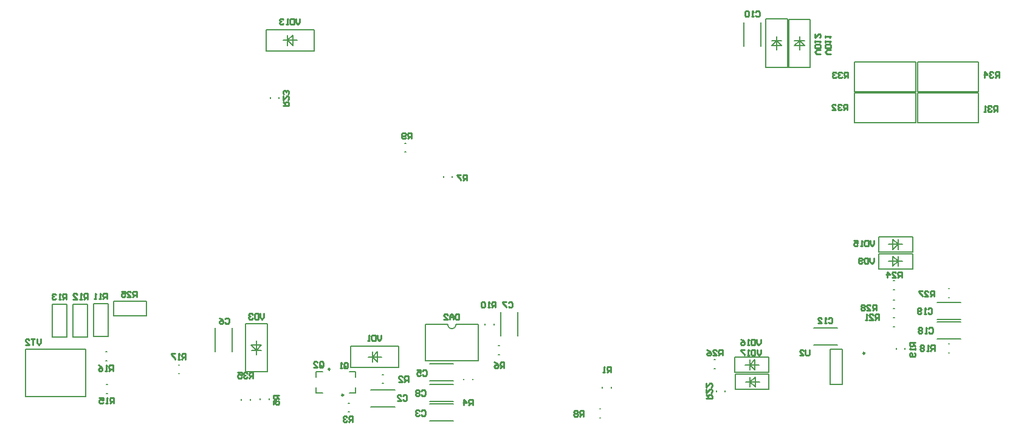
<source format=gbr>
%TF.GenerationSoftware,Altium Limited,Altium Designer,21.6.4 (81)*%
G04 Layer_Color=32896*
%FSLAX43Y43*%
%MOMM*%
%TF.SameCoordinates,B74C4539-8C7F-4592-B280-35368C4CFDA8*%
%TF.FilePolarity,Positive*%
%TF.FileFunction,Legend,Bot*%
%TF.Part,Single*%
G01*
G75*
%TA.AperFunction,NonConductor*%
%ADD67C,0.250*%
%ADD68C,0.200*%
%ADD69C,0.254*%
D67*
X129603Y9980D02*
G03*
X129603Y9980I-125J0D01*
G01*
X56975Y4150D02*
G03*
X56975Y4150I-125J0D01*
G01*
X55125Y7750D02*
G03*
X55125Y7750I-125J0D01*
G01*
D68*
X71484Y14000D02*
G03*
X72684Y14000I600J0D01*
G01*
X128175Y50568D02*
X136700D01*
Y46468D02*
Y50518D01*
X128175Y46468D02*
Y50568D01*
Y46468D02*
X136700D01*
X136950Y50550D02*
X145475D01*
Y46450D02*
Y50500D01*
X136950Y46450D02*
Y50550D01*
Y46450D02*
X145475D01*
X128175Y46250D02*
X136700D01*
Y42150D02*
Y46200D01*
X128175Y42150D02*
Y46250D01*
Y42150D02*
X136700D01*
X112975Y8375D02*
X113575D01*
X114282Y9082D01*
X113575Y8375D02*
Y9075D01*
Y8375D02*
X114282Y7668D01*
Y9082D01*
X113575Y7675D02*
Y8375D01*
X114875D01*
X111500Y7350D02*
X116225D01*
X111500Y9450D02*
X116225D01*
Y7350D02*
Y9450D01*
X111500Y7350D02*
Y9450D01*
X126504Y5625D02*
Y10525D01*
X124746Y5625D02*
X126504D01*
X124746D02*
Y10525D01*
X126504D01*
X134242Y22825D02*
X134842D01*
X133535Y22118D02*
X134242Y22825D01*
Y22125D02*
Y22825D01*
X133535Y23532D02*
X134242Y22825D01*
X133535Y22118D02*
Y23532D01*
X134242Y22825D02*
Y23525D01*
X132942Y22825D02*
X134242D01*
X131592Y23850D02*
X136317D01*
X131592Y21750D02*
X136317D01*
X131592D02*
Y23850D01*
X136317Y21750D02*
Y23850D01*
X43975Y3430D02*
Y3575D01*
X42725Y3430D02*
Y3575D01*
X68429Y14000D02*
X71484D01*
X68429Y8900D02*
Y14000D01*
X72684D02*
X75729D01*
X68429Y8900D02*
X75729D01*
Y14000D01*
X115825Y49863D02*
Y56563D01*
X118825Y49863D02*
Y56563D01*
X115825Y49863D02*
X118825D01*
X115825Y56563D02*
X118825D01*
X116618Y52856D02*
X117325Y53563D01*
X118032Y52856D01*
X116618D02*
X118032D01*
X116625Y53563D02*
X117325D01*
Y52263D02*
Y53563D01*
X118025D01*
X117325D02*
Y54163D01*
X139698Y14697D02*
X143005D01*
X139698Y17053D02*
X143005D01*
X139698Y12022D02*
X143005D01*
X139698Y14378D02*
X143005D01*
X133602Y17425D02*
X133747D01*
X133602Y16175D02*
X133747D01*
X133602Y20075D02*
X133747D01*
X133602Y18825D02*
X133747D01*
X136317Y24078D02*
Y26178D01*
X131592Y24078D02*
Y26178D01*
Y24078D02*
X136317D01*
X131592Y26178D02*
X136317D01*
X132942Y25153D02*
X134242D01*
Y25853D01*
X133535Y24446D02*
Y25860D01*
X134242Y25153D01*
Y24453D02*
Y25153D01*
X133535Y24446D02*
X134242Y25153D01*
X134842D01*
X111550Y4953D02*
Y7053D01*
X116275Y4953D02*
Y7053D01*
X111550D02*
X116275D01*
X111550Y4953D02*
X116275D01*
X113625Y5978D02*
X114925D01*
X113625Y5278D02*
Y5978D01*
X114332Y5271D02*
Y6685D01*
X113625Y5978D02*
X114332Y5271D01*
X113625Y5978D02*
Y6678D01*
Y5978D02*
X114332Y6685D01*
X113025Y5978D02*
X113625D01*
X141279Y19000D02*
X141424D01*
X141279Y17750D02*
X141424D01*
X136950Y46250D02*
X145475D01*
Y42150D02*
Y46200D01*
X136950Y42150D02*
Y46250D01*
Y42150D02*
X145475D01*
X94300Y5119D02*
Y5264D01*
X93050Y5119D02*
Y5264D01*
X33988Y8376D02*
X34134D01*
X33988Y7126D02*
X34134D01*
X39147Y10197D02*
Y13503D01*
X41503Y10197D02*
Y13503D01*
X46775Y45527D02*
Y45673D01*
X48025Y45527D02*
Y45673D01*
X65556Y38026D02*
X65701D01*
X65556Y39276D02*
X65701D01*
X70905Y34527D02*
Y34673D01*
X72155Y34527D02*
Y34673D01*
X108602Y7850D02*
X108748D01*
X108602Y9100D02*
X108748D01*
X24939Y15171D02*
X29511D01*
X24939D02*
Y17203D01*
X29511Y15171D02*
Y17203D01*
X24939D02*
X29511D01*
X60821Y2519D02*
X64127D01*
X60821Y4875D02*
X64127D01*
X58000Y7975D02*
X64700D01*
X58000Y10975D02*
X64700D01*
Y7975D02*
Y10975D01*
X58000Y7975D02*
Y10975D01*
X61000Y9475D02*
X61707Y8768D01*
X61000Y9475D02*
X61707Y10182D01*
Y8768D02*
Y10182D01*
X61000Y8775D02*
Y9475D01*
X62300D01*
X61000D02*
Y10175D01*
X60400Y9475D02*
X61000D01*
X62402Y5775D02*
X62547D01*
X62402Y7025D02*
X62547D01*
X57800Y4450D02*
X58700D01*
Y5250D01*
X57800Y7450D02*
X58700D01*
Y6650D02*
Y7450D01*
X45400Y3502D02*
Y3648D01*
X46650Y3502D02*
Y3648D01*
X57652Y1800D02*
X57798D01*
X57652Y3050D02*
X57798D01*
X53150Y7450D02*
X54050D01*
X53150Y6650D02*
Y7450D01*
Y4450D02*
X54050D01*
X53150D02*
Y5250D01*
X22183Y12301D02*
Y16873D01*
X24215D01*
X22183Y12301D02*
X24215D01*
Y16873D01*
X18465Y12276D02*
Y16848D01*
X16433Y12276D02*
X18465D01*
X16433Y16848D02*
X18465D01*
X16433Y12276D02*
Y16848D01*
X21340Y12276D02*
Y16848D01*
X19308Y12276D02*
X21340D01*
X19308Y16848D02*
X21340D01*
X19308Y12276D02*
Y16848D01*
X21075Y3976D02*
Y10576D01*
X12675D02*
X21075D01*
X12675Y3976D02*
X21075D01*
X12675D02*
Y10576D01*
X23880Y8951D02*
X24025D01*
X23880Y10201D02*
X24025D01*
X23952Y4351D02*
X24098D01*
X23952Y5601D02*
X24098D01*
X133620Y14914D02*
X133765D01*
X133620Y13664D02*
X133765D01*
X141279Y11300D02*
X141424D01*
X141279Y10050D02*
X141424D01*
X133975Y10552D02*
Y10698D01*
X135225Y10552D02*
Y10698D01*
X108925Y4644D02*
Y4789D01*
X110175Y4644D02*
Y4789D01*
X115158Y52797D02*
Y56103D01*
X112802Y52797D02*
Y56103D01*
X122522Y11172D02*
X125828D01*
X122522Y13528D02*
X125828D01*
X78602Y9775D02*
X78748D01*
X78602Y11025D02*
X78748D01*
X68954Y5653D02*
X72260D01*
X68954Y3297D02*
X72260D01*
X75007Y6277D02*
Y6423D01*
X73757Y6277D02*
Y6423D01*
X81274Y12398D02*
Y15704D01*
X78917Y12398D02*
Y15704D01*
X68979Y8478D02*
X72285D01*
X68979Y6122D02*
X72285D01*
X68954Y2903D02*
X72260D01*
X68954Y547D02*
X72260D01*
X92677Y2225D02*
X92823D01*
X92677Y975D02*
X92823D01*
X76696Y13963D02*
Y14108D01*
X77946Y13963D02*
Y14108D01*
X48600Y53600D02*
X49200D01*
Y54300D01*
Y53600D02*
X50500D01*
X49200Y52900D02*
Y53600D01*
X49907Y52893D02*
Y54307D01*
X49200Y53600D02*
X49907Y54307D01*
X49200Y53600D02*
X49907Y52893D01*
X46200Y52100D02*
Y55100D01*
X52900Y52100D02*
Y55100D01*
X46200D02*
X52900D01*
X46200Y52100D02*
X52900D01*
X120525Y53550D02*
Y54150D01*
Y53550D02*
X121225D01*
X120525Y52250D02*
Y53550D01*
X119825D02*
X120525D01*
X119818Y52843D02*
X121232D01*
X120525Y53550D02*
X121232Y52843D01*
X119818D02*
X120525Y53550D01*
X119025Y56550D02*
X122025D01*
X119025Y49850D02*
X122025D01*
Y56550D01*
X119025Y49850D02*
Y56550D01*
X44850Y9803D02*
Y10403D01*
X44150D02*
X44850D01*
Y11703D01*
Y10403D02*
X45550D01*
X44143Y11110D02*
X45557D01*
X44143D02*
X44850Y10403D01*
X45557Y11110D01*
X43350Y7403D02*
X46350D01*
X43350Y14103D02*
X46350D01*
X43350Y7403D02*
Y14103D01*
X46350Y7403D02*
Y14103D01*
D69*
X148316Y48425D02*
Y49225D01*
X147916D01*
X147783Y49092D01*
Y48825D01*
X147916Y48692D01*
X148316D01*
X148050D02*
X147783Y48425D01*
X147517Y49092D02*
X147383Y49225D01*
X147117D01*
X146983Y49092D01*
Y48958D01*
X147117Y48825D01*
X147250D01*
X147117D01*
X146983Y48692D01*
Y48558D01*
X147117Y48425D01*
X147383D01*
X147517Y48558D01*
X146317Y48425D02*
Y49225D01*
X146717Y48825D01*
X146184D01*
X127241Y48375D02*
Y49175D01*
X126841D01*
X126708Y49042D01*
Y48775D01*
X126841Y48642D01*
X127241D01*
X126975D02*
X126708Y48375D01*
X126442Y49042D02*
X126308Y49175D01*
X126042D01*
X125908Y49042D01*
Y48908D01*
X126042Y48775D01*
X126175D01*
X126042D01*
X125908Y48642D01*
Y48508D01*
X126042Y48375D01*
X126308D01*
X126442Y48508D01*
X125642Y49042D02*
X125509Y49175D01*
X125242D01*
X125109Y49042D01*
Y48908D01*
X125242Y48775D01*
X125375D01*
X125242D01*
X125109Y48642D01*
Y48508D01*
X125242Y48375D01*
X125509D01*
X125642Y48508D01*
X127191Y43875D02*
Y44675D01*
X126791D01*
X126658Y44542D01*
Y44275D01*
X126791Y44142D01*
X127191D01*
X126925D02*
X126658Y43875D01*
X126392Y44542D02*
X126258Y44675D01*
X125992D01*
X125858Y44542D01*
Y44408D01*
X125992Y44275D01*
X126125D01*
X125992D01*
X125858Y44142D01*
Y44008D01*
X125992Y43875D01*
X126258D01*
X126392Y44008D01*
X125059Y43875D02*
X125592D01*
X125059Y44408D01*
Y44542D01*
X125192Y44675D01*
X125459D01*
X125592Y44542D01*
X44392Y6518D02*
Y7318D01*
X43992D01*
X43858Y7185D01*
Y6918D01*
X43992Y6785D01*
X44392D01*
X44125D02*
X43858Y6518D01*
X43592Y7185D02*
X43459Y7318D01*
X43192D01*
X43059Y7185D01*
Y7051D01*
X43192Y6918D01*
X43325D01*
X43192D01*
X43059Y6785D01*
Y6651D01*
X43192Y6518D01*
X43459D01*
X43592Y6651D01*
X42259Y7318D02*
X42792D01*
Y6918D01*
X42526Y7051D01*
X42392D01*
X42259Y6918D01*
Y6651D01*
X42392Y6518D01*
X42659D01*
X42792Y6651D01*
X115126Y10474D02*
Y9940D01*
X114859Y9674D01*
X114592Y9940D01*
Y10474D01*
X114326D02*
Y9674D01*
X113926D01*
X113793Y9807D01*
Y10340D01*
X113926Y10474D01*
X114326D01*
X113526Y9674D02*
X113259D01*
X113393D01*
Y10474D01*
X113526Y10340D01*
X112860Y10474D02*
X112326D01*
Y10340D01*
X112860Y9807D01*
Y9674D01*
X115101Y11920D02*
Y11387D01*
X114834Y11121D01*
X114567Y11387D01*
Y11920D01*
X114301D02*
Y11121D01*
X113901D01*
X113768Y11254D01*
Y11787D01*
X113901Y11920D01*
X114301D01*
X113501Y11121D02*
X113234D01*
X113368D01*
Y11920D01*
X113501Y11787D01*
X112301Y11920D02*
X112568Y11787D01*
X112835Y11520D01*
Y11254D01*
X112701Y11121D01*
X112435D01*
X112301Y11254D01*
Y11387D01*
X112435Y11520D01*
X112835D01*
X130892Y25700D02*
Y25167D01*
X130625Y24900D01*
X130359Y25167D01*
Y25700D01*
X130092D02*
Y24900D01*
X129692D01*
X129559Y25033D01*
Y25567D01*
X129692Y25700D01*
X130092D01*
X129292Y24900D02*
X129026D01*
X129159D01*
Y25700D01*
X129292Y25567D01*
X128093Y25700D02*
X128626D01*
Y25300D01*
X128359Y25433D01*
X128226D01*
X128093Y25300D01*
Y25033D01*
X128226Y24900D01*
X128492D01*
X128626Y25033D01*
X130858Y23278D02*
Y22745D01*
X130592Y22478D01*
X130325Y22745D01*
Y23278D01*
X130059D02*
Y22478D01*
X129659D01*
X129526Y22612D01*
Y23145D01*
X129659Y23278D01*
X130059D01*
X129259Y22612D02*
X129126Y22478D01*
X128859D01*
X128726Y22612D01*
Y23145D01*
X128859Y23278D01*
X129126D01*
X129259Y23145D01*
Y23011D01*
X129126Y22878D01*
X128726D01*
X148083Y43675D02*
Y44475D01*
X147683D01*
X147550Y44342D01*
Y44075D01*
X147683Y43942D01*
X148083D01*
X147816D02*
X147550Y43675D01*
X147283Y44342D02*
X147150Y44475D01*
X146883D01*
X146750Y44342D01*
Y44208D01*
X146883Y44075D01*
X147017D01*
X146883D01*
X146750Y43942D01*
Y43808D01*
X146883Y43675D01*
X147150D01*
X147283Y43808D01*
X146484Y43675D02*
X146217D01*
X146350D01*
Y44475D01*
X146484Y44342D01*
X131216Y15950D02*
Y16750D01*
X130816D01*
X130683Y16617D01*
Y16350D01*
X130816Y16217D01*
X131216D01*
X130950D02*
X130683Y15950D01*
X129883D02*
X130417D01*
X129883Y16483D01*
Y16617D01*
X130017Y16750D01*
X130283D01*
X130417Y16617D01*
X129617D02*
X129484Y16750D01*
X129217D01*
X129084Y16617D01*
Y16483D01*
X129217Y16350D01*
X129084Y16217D01*
Y16083D01*
X129217Y15950D01*
X129484D01*
X129617Y16083D01*
Y16217D01*
X129484Y16350D01*
X129617Y16483D01*
Y16617D01*
X129484Y16350D02*
X129217D01*
X139256Y17875D02*
Y18675D01*
X138856D01*
X138723Y18542D01*
Y18275D01*
X138856Y18142D01*
X139256D01*
X138990D02*
X138723Y17875D01*
X137923D02*
X138457D01*
X137923Y18408D01*
Y18542D01*
X138057Y18675D01*
X138323D01*
X138457Y18542D01*
X137657Y18675D02*
X137124D01*
Y18542D01*
X137657Y18008D01*
Y17875D01*
X138417Y16142D02*
X138550Y16275D01*
X138816D01*
X138950Y16142D01*
Y15608D01*
X138816Y15475D01*
X138550D01*
X138417Y15608D01*
X138150Y15475D02*
X137883D01*
X138017D01*
Y16275D01*
X138150Y16142D01*
X137483Y15608D02*
X137350Y15475D01*
X137084D01*
X136950Y15608D01*
Y16142D01*
X137084Y16275D01*
X137350D01*
X137483Y16142D01*
Y16008D01*
X137350Y15875D01*
X136950D01*
X138542Y13442D02*
X138675Y13575D01*
X138941D01*
X139075Y13442D01*
Y12908D01*
X138941Y12775D01*
X138675D01*
X138542Y12908D01*
X138275Y12775D02*
X138008D01*
X138142D01*
Y13575D01*
X138275Y13442D01*
X137608D02*
X137475Y13575D01*
X137209D01*
X137075Y13442D01*
Y13308D01*
X137209Y13175D01*
X137075Y13042D01*
Y12908D01*
X137209Y12775D01*
X137475D01*
X137608Y12908D01*
Y13042D01*
X137475Y13175D01*
X137608Y13308D01*
Y13442D01*
X137475Y13175D02*
X137209D01*
X53630Y8158D02*
Y8692D01*
X53763Y8825D01*
X54030D01*
X54163Y8692D01*
Y8158D01*
X54030Y8025D01*
X53763D01*
X53897Y8292D02*
X53630Y8025D01*
X53763D02*
X53630Y8158D01*
X52830Y8025D02*
X53363D01*
X52830Y8558D01*
Y8692D01*
X52964Y8825D01*
X53230D01*
X53363Y8692D01*
X57050Y8017D02*
Y8550D01*
X57183Y8683D01*
X57450D01*
X57583Y8550D01*
Y8017D01*
X57450Y7883D01*
X57183D01*
X57317Y8150D02*
X57050Y7883D01*
X57183D02*
X57050Y8017D01*
X56783Y7883D02*
X56517D01*
X56650D01*
Y8683D01*
X56783Y8550D01*
X14791Y11975D02*
Y11442D01*
X14525Y11175D01*
X14258Y11442D01*
Y11975D01*
X13992D02*
X13458D01*
X13725D01*
Y11175D01*
X12659D02*
X13192D01*
X12659Y11708D01*
Y11842D01*
X12792Y11975D01*
X13059D01*
X13192Y11842D01*
X50875Y56625D02*
Y56092D01*
X50608Y55825D01*
X50341Y56092D01*
Y56625D01*
X50075D02*
Y55825D01*
X49675D01*
X49542Y55958D01*
Y56492D01*
X49675Y56625D01*
X50075D01*
X49275Y55825D02*
X49008D01*
X49142D01*
Y56625D01*
X49275Y56492D01*
X48609D02*
X48475Y56625D01*
X48209D01*
X48075Y56492D01*
Y56358D01*
X48209Y56225D01*
X48342D01*
X48209D01*
X48075Y56092D01*
Y55958D01*
X48209Y55825D01*
X48475D01*
X48609Y55958D01*
X123450Y51713D02*
X122917D01*
X122650Y51980D01*
X122917Y52247D01*
X123450D01*
Y52513D02*
X122650D01*
Y52913D01*
X122783Y53046D01*
X123317D01*
X123450Y52913D01*
Y52513D01*
X122650Y53313D02*
Y53579D01*
Y53446D01*
X123450D01*
X123317Y53313D01*
X122650Y54513D02*
Y53979D01*
X123183Y54513D01*
X123317D01*
X123450Y54379D01*
Y54113D01*
X123317Y53979D01*
X124875Y51720D02*
X124342D01*
X124075Y51987D01*
X124342Y52254D01*
X124875D01*
Y52520D02*
X124075D01*
Y52920D01*
X124208Y53053D01*
X124742D01*
X124875Y52920D01*
Y52520D01*
X124075Y53320D02*
Y53586D01*
Y53453D01*
X124875D01*
X124742Y53320D01*
X124075Y53986D02*
Y54253D01*
Y54120D01*
X124875D01*
X124742Y53986D01*
X45916Y15525D02*
Y14992D01*
X45650Y14725D01*
X45383Y14992D01*
Y15525D01*
X45117D02*
Y14725D01*
X44717D01*
X44583Y14858D01*
Y15392D01*
X44717Y15525D01*
X45117D01*
X44317Y15392D02*
X44184Y15525D01*
X43917D01*
X43784Y15392D01*
Y15258D01*
X43917Y15125D01*
X44050D01*
X43917D01*
X43784Y14992D01*
Y14858D01*
X43917Y14725D01*
X44184D01*
X44317Y14858D01*
X62233Y12525D02*
Y11992D01*
X61966Y11725D01*
X61700Y11992D01*
Y12525D01*
X61433D02*
Y11725D01*
X61033D01*
X60900Y11858D01*
Y12392D01*
X61033Y12525D01*
X61433D01*
X60634Y11725D02*
X60367D01*
X60500D01*
Y12525D01*
X60634Y12392D01*
X121891Y10458D02*
Y9792D01*
X121758Y9658D01*
X121492D01*
X121358Y9792D01*
Y10458D01*
X120559Y9658D02*
X121092D01*
X120559Y10192D01*
Y10325D01*
X120692Y10458D01*
X120958D01*
X121092Y10325D01*
X109766Y9658D02*
Y10458D01*
X109366D01*
X109233Y10325D01*
Y10058D01*
X109366Y9925D01*
X109766D01*
X109500D02*
X109233Y9658D01*
X108433D02*
X108967D01*
X108433Y10192D01*
Y10325D01*
X108567Y10458D01*
X108833D01*
X108967Y10325D01*
X107634Y10458D02*
X107900Y10325D01*
X108167Y10058D01*
Y9792D01*
X108034Y9658D01*
X107767D01*
X107634Y9792D01*
Y9925D01*
X107767Y10058D01*
X108167D01*
X28166Y17824D02*
Y18624D01*
X27766D01*
X27633Y18491D01*
Y18224D01*
X27766Y18091D01*
X28166D01*
X27900D02*
X27633Y17824D01*
X26833D02*
X27367D01*
X26833Y18357D01*
Y18491D01*
X26967Y18624D01*
X27233D01*
X27367Y18491D01*
X26034Y18624D02*
X26567D01*
Y18224D01*
X26300Y18357D01*
X26167D01*
X26034Y18224D01*
Y17957D01*
X26167Y17824D01*
X26434D01*
X26567Y17957D01*
X134740Y20525D02*
Y21325D01*
X134341D01*
X134207Y21192D01*
Y20925D01*
X134341Y20792D01*
X134740D01*
X134474D02*
X134207Y20525D01*
X133408D02*
X133941D01*
X133408Y21058D01*
Y21192D01*
X133541Y21325D01*
X133807D01*
X133941Y21192D01*
X132741Y20525D02*
Y21325D01*
X133141Y20925D01*
X132608D01*
X48575Y44484D02*
X49375D01*
Y44884D01*
X49242Y45017D01*
X48975D01*
X48842Y44884D01*
Y44484D01*
Y44750D02*
X48575Y45017D01*
Y45817D02*
Y45283D01*
X49108Y45817D01*
X49242D01*
X49375Y45683D01*
Y45417D01*
X49242Y45283D01*
Y46083D02*
X49375Y46216D01*
Y46483D01*
X49242Y46616D01*
X49108D01*
X48975Y46483D01*
Y46350D01*
Y46483D01*
X48842Y46616D01*
X48708D01*
X48575Y46483D01*
Y46216D01*
X48708Y46083D01*
X107525Y3650D02*
X108325D01*
Y4050D01*
X108192Y4183D01*
X107925D01*
X107792Y4050D01*
Y3650D01*
Y3917D02*
X107525Y4183D01*
Y4983D02*
Y4450D01*
X108058Y4983D01*
X108192D01*
X108325Y4850D01*
Y4583D01*
X108192Y4450D01*
X107525Y5783D02*
Y5250D01*
X108058Y5783D01*
X108192D01*
X108325Y5649D01*
Y5383D01*
X108192Y5250D01*
X131567Y14644D02*
Y15443D01*
X131167D01*
X131034Y15310D01*
Y15043D01*
X131167Y14910D01*
X131567D01*
X131301D02*
X131034Y14644D01*
X130234D02*
X130768D01*
X130234Y15177D01*
Y15310D01*
X130368Y15443D01*
X130634D01*
X130768Y15310D01*
X129968Y14644D02*
X129701D01*
X129835D01*
Y15443D01*
X129968Y15310D01*
X136650Y11491D02*
X135850D01*
Y11092D01*
X135983Y10958D01*
X136250D01*
X136383Y11092D01*
Y11491D01*
Y11225D02*
X136650Y10958D01*
Y10692D02*
Y10425D01*
Y10558D01*
X135850D01*
X135983Y10692D01*
X136517Y10025D02*
X136650Y9892D01*
Y9625D01*
X136517Y9492D01*
X135983D01*
X135850Y9625D01*
Y9892D01*
X135983Y10025D01*
X136117D01*
X136250Y9892D01*
Y9492D01*
X139321Y10326D02*
Y11126D01*
X138921D01*
X138788Y10992D01*
Y10726D01*
X138921Y10593D01*
X139321D01*
X139054D02*
X138788Y10326D01*
X138521D02*
X138254D01*
X138388D01*
Y11126D01*
X138521Y10992D01*
X137855D02*
X137721Y11126D01*
X137455D01*
X137321Y10992D01*
Y10859D01*
X137455Y10726D01*
X137321Y10593D01*
Y10459D01*
X137455Y10326D01*
X137721D01*
X137855Y10459D01*
Y10593D01*
X137721Y10726D01*
X137855Y10859D01*
Y10992D01*
X137721Y10726D02*
X137455D01*
X34988Y9140D02*
Y9939D01*
X34588D01*
X34455Y9806D01*
Y9540D01*
X34588Y9406D01*
X34988D01*
X34722D02*
X34455Y9140D01*
X34188D02*
X33922D01*
X34055D01*
Y9939D01*
X34188Y9806D01*
X33522Y9939D02*
X32989D01*
Y9806D01*
X33522Y9273D01*
Y9140D01*
X24850Y7500D02*
Y8300D01*
X24450D01*
X24317Y8167D01*
Y7900D01*
X24450Y7767D01*
X24850D01*
X24583D02*
X24317Y7500D01*
X24050D02*
X23783D01*
X23917D01*
Y8300D01*
X24050Y8167D01*
X22850Y8300D02*
X23117Y8167D01*
X23383Y7900D01*
Y7633D01*
X23250Y7500D01*
X22984D01*
X22850Y7633D01*
Y7767D01*
X22984Y7900D01*
X23383D01*
X24952Y3000D02*
Y3800D01*
X24552D01*
X24419Y3667D01*
Y3400D01*
X24552Y3267D01*
X24952D01*
X24685D02*
X24419Y3000D01*
X24152D02*
X23886D01*
X24019D01*
Y3800D01*
X24152Y3667D01*
X22953Y3800D02*
X23486D01*
Y3400D01*
X23219Y3533D01*
X23086D01*
X22953Y3400D01*
Y3133D01*
X23086Y3000D01*
X23353D01*
X23486Y3133D01*
X18375Y17475D02*
Y18275D01*
X17975D01*
X17842Y18142D01*
Y17875D01*
X17975Y17742D01*
X18375D01*
X18108D02*
X17842Y17475D01*
X17575D02*
X17308D01*
X17442D01*
Y18275D01*
X17575Y18142D01*
X16908D02*
X16775Y18275D01*
X16509D01*
X16375Y18142D01*
Y18008D01*
X16509Y17875D01*
X16642D01*
X16509D01*
X16375Y17742D01*
Y17608D01*
X16509Y17475D01*
X16775D01*
X16908Y17608D01*
X21324Y17512D02*
Y18312D01*
X20924D01*
X20791Y18179D01*
Y17912D01*
X20924Y17779D01*
X21324D01*
X21057D02*
X20791Y17512D01*
X20524D02*
X20257D01*
X20391D01*
Y18312D01*
X20524Y18179D01*
X19324Y17512D02*
X19858D01*
X19324Y18045D01*
Y18179D01*
X19458Y18312D01*
X19724D01*
X19858Y18179D01*
X24016Y17537D02*
Y18337D01*
X23616D01*
X23482Y18204D01*
Y17937D01*
X23616Y17804D01*
X24016D01*
X23749D02*
X23482Y17537D01*
X23216D02*
X22949D01*
X23083D01*
Y18337D01*
X23216Y18204D01*
X22549Y17537D02*
X22283D01*
X22416D01*
Y18337D01*
X22549Y18204D01*
X78169Y16350D02*
Y17150D01*
X77770D01*
X77636Y17017D01*
Y16750D01*
X77770Y16617D01*
X78169D01*
X77903D02*
X77636Y16350D01*
X77370D02*
X77103D01*
X77236D01*
Y17150D01*
X77370Y17017D01*
X76703D02*
X76570Y17150D01*
X76303D01*
X76170Y17017D01*
Y16484D01*
X76303Y16350D01*
X76570D01*
X76703Y16484D01*
Y17017D01*
X66466Y39900D02*
Y40700D01*
X66067D01*
X65933Y40567D01*
Y40300D01*
X66067Y40167D01*
X66466D01*
X66200D02*
X65933Y39900D01*
X65667Y40033D02*
X65533Y39900D01*
X65267D01*
X65134Y40033D01*
Y40567D01*
X65267Y40700D01*
X65533D01*
X65667Y40567D01*
Y40433D01*
X65533Y40300D01*
X65134D01*
X90416Y1182D02*
Y1982D01*
X90017D01*
X89883Y1849D01*
Y1582D01*
X90017Y1449D01*
X90416D01*
X90150D02*
X89883Y1182D01*
X89617Y1849D02*
X89483Y1982D01*
X89217D01*
X89084Y1849D01*
Y1715D01*
X89217Y1582D01*
X89084Y1449D01*
Y1316D01*
X89217Y1182D01*
X89483D01*
X89617Y1316D01*
Y1449D01*
X89483Y1582D01*
X89617Y1715D01*
Y1849D01*
X89483Y1582D02*
X89217D01*
X74141Y34075D02*
Y34875D01*
X73742D01*
X73608Y34742D01*
Y34475D01*
X73742Y34342D01*
X74141D01*
X73875D02*
X73608Y34075D01*
X73342Y34875D02*
X72809D01*
Y34742D01*
X73342Y34208D01*
Y34075D01*
X79341Y7925D02*
Y8725D01*
X78942D01*
X78808Y8592D01*
Y8325D01*
X78942Y8192D01*
X79341D01*
X79075D02*
X78808Y7925D01*
X78009Y8725D02*
X78275Y8592D01*
X78542Y8325D01*
Y8058D01*
X78408Y7925D01*
X78142D01*
X78009Y8058D01*
Y8192D01*
X78142Y8325D01*
X78542D01*
X48025Y4142D02*
X47225D01*
Y3742D01*
X47358Y3609D01*
X47625D01*
X47758Y3742D01*
Y4142D01*
Y3876D02*
X48025Y3609D01*
X47225Y2809D02*
Y3343D01*
X47625D01*
X47492Y3076D01*
Y2943D01*
X47625Y2809D01*
X47892D01*
X48025Y2943D01*
Y3209D01*
X47892Y3343D01*
X74966Y2725D02*
Y3525D01*
X74567D01*
X74433Y3392D01*
Y3125D01*
X74567Y2992D01*
X74966D01*
X74700D02*
X74433Y2725D01*
X73767D02*
Y3525D01*
X74167Y3125D01*
X73634D01*
X58266Y425D02*
Y1225D01*
X57867D01*
X57733Y1092D01*
Y825D01*
X57867Y692D01*
X58266D01*
X58000D02*
X57733Y425D01*
X57467Y1092D02*
X57333Y1225D01*
X57067D01*
X56934Y1092D01*
Y958D01*
X57067Y825D01*
X57200D01*
X57067D01*
X56934Y692D01*
Y558D01*
X57067Y425D01*
X57333D01*
X57467Y558D01*
X65991Y6000D02*
Y6800D01*
X65592D01*
X65458Y6667D01*
Y6400D01*
X65592Y6267D01*
X65991D01*
X65725D02*
X65458Y6000D01*
X64659D02*
X65192D01*
X64659Y6533D01*
Y6667D01*
X64792Y6800D01*
X65058D01*
X65192Y6667D01*
X94208Y7321D02*
Y8121D01*
X93808D01*
X93675Y7987D01*
Y7721D01*
X93808Y7588D01*
X94208D01*
X93942D02*
X93675Y7321D01*
X93408D02*
X93142D01*
X93275D01*
Y8121D01*
X93408Y7987D01*
X73091Y15450D02*
Y14650D01*
X72691D01*
X72558Y14783D01*
Y15317D01*
X72691Y15450D01*
X73091D01*
X72292Y14650D02*
Y15183D01*
X72025Y15450D01*
X71758Y15183D01*
Y14650D01*
Y15050D01*
X72292D01*
X70959Y14650D02*
X71492D01*
X70959Y15183D01*
Y15317D01*
X71092Y15450D01*
X71359D01*
X71492Y15317D01*
X124542Y14817D02*
X124675Y14950D01*
X124941D01*
X125075Y14817D01*
Y14283D01*
X124941Y14150D01*
X124675D01*
X124542Y14283D01*
X124275Y14150D02*
X124008D01*
X124142D01*
Y14950D01*
X124275Y14817D01*
X123075Y14150D02*
X123608D01*
X123075Y14683D01*
Y14817D01*
X123209Y14950D01*
X123475D01*
X123608Y14817D01*
X114392Y57567D02*
X114525Y57700D01*
X114791D01*
X114925Y57567D01*
Y57033D01*
X114791Y56900D01*
X114525D01*
X114392Y57033D01*
X114125Y56900D02*
X113858D01*
X113992D01*
Y57700D01*
X114125Y57567D01*
X113458D02*
X113325Y57700D01*
X113059D01*
X112925Y57567D01*
Y57033D01*
X113059Y56900D01*
X113325D01*
X113458Y57033D01*
Y57567D01*
X67835Y4717D02*
X67969Y4850D01*
X68235D01*
X68369Y4717D01*
Y4183D01*
X68235Y4050D01*
X67969D01*
X67835Y4183D01*
X67569Y4717D02*
X67435Y4850D01*
X67169D01*
X67036Y4717D01*
Y4583D01*
X67169Y4450D01*
X67036Y4317D01*
Y4183D01*
X67169Y4050D01*
X67435D01*
X67569Y4183D01*
Y4317D01*
X67435Y4450D01*
X67569Y4583D01*
Y4717D01*
X67435Y4450D02*
X67169D01*
X79958Y17017D02*
X80092Y17150D01*
X80358D01*
X80491Y17017D01*
Y16483D01*
X80358Y16350D01*
X80092D01*
X79958Y16483D01*
X79692Y17150D02*
X79159D01*
Y17017D01*
X79692Y16483D01*
Y16350D01*
X40483Y14767D02*
X40617Y14900D01*
X40883D01*
X41016Y14767D01*
Y14233D01*
X40883Y14100D01*
X40617D01*
X40483Y14233D01*
X39684Y14900D02*
X39950Y14767D01*
X40217Y14500D01*
Y14233D01*
X40083Y14100D01*
X39817D01*
X39684Y14233D01*
Y14367D01*
X39817Y14500D01*
X40217D01*
X68008Y7517D02*
X68142Y7650D01*
X68408D01*
X68541Y7517D01*
Y6983D01*
X68408Y6850D01*
X68142D01*
X68008Y6983D01*
X67209Y7650D02*
X67742D01*
Y7250D01*
X67475Y7383D01*
X67342D01*
X67209Y7250D01*
Y6983D01*
X67342Y6850D01*
X67608D01*
X67742Y6983D01*
X67835Y1937D02*
X67969Y2071D01*
X68235D01*
X68369Y1937D01*
Y1404D01*
X68235Y1271D01*
X67969D01*
X67835Y1404D01*
X67569Y1937D02*
X67435Y2071D01*
X67169D01*
X67036Y1937D01*
Y1804D01*
X67169Y1671D01*
X67302D01*
X67169D01*
X67036Y1538D01*
Y1404D01*
X67169Y1271D01*
X67435D01*
X67569Y1404D01*
X65283Y4042D02*
X65417Y4175D01*
X65683D01*
X65816Y4042D01*
Y3508D01*
X65683Y3375D01*
X65417D01*
X65283Y3508D01*
X64484Y3375D02*
X65017D01*
X64484Y3908D01*
Y4042D01*
X64617Y4175D01*
X64883D01*
X65017Y4042D01*
%TF.MD5,89baca17cab0ec2c8802056252b649a8*%
M02*

</source>
